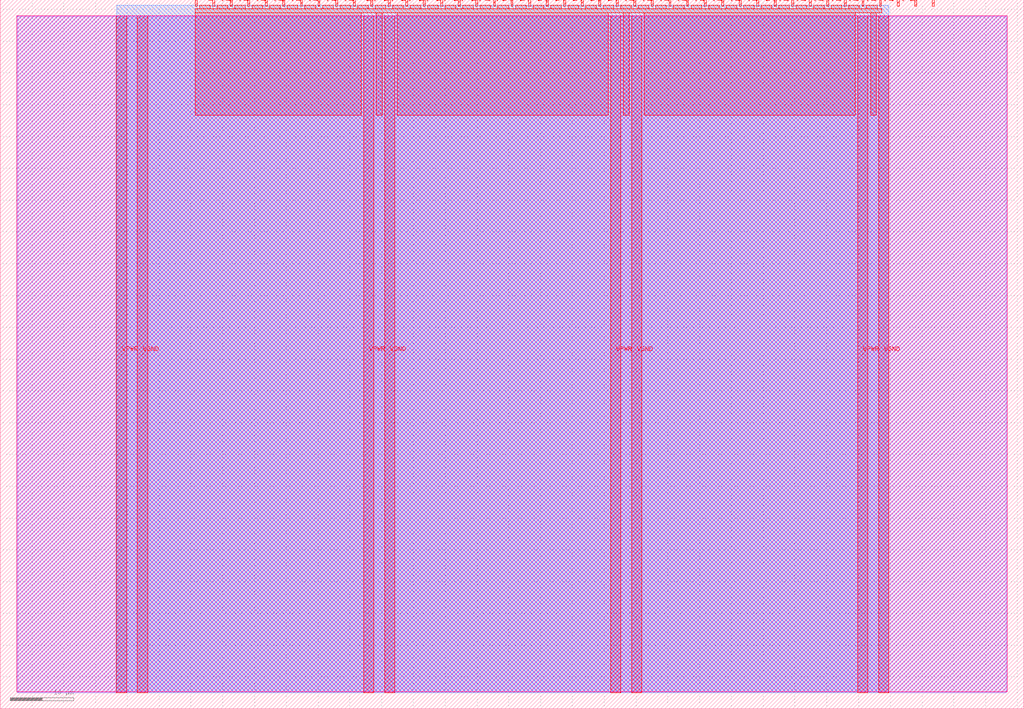
<source format=lef>
VERSION 5.7 ;
  NOWIREEXTENSIONATPIN ON ;
  DIVIDERCHAR "/" ;
  BUSBITCHARS "[]" ;
MACRO tt_um_wokwi_414124428088683521
  CLASS BLOCK ;
  FOREIGN tt_um_wokwi_414124428088683521 ;
  ORIGIN 0.000 0.000 ;
  SIZE 161.000 BY 111.520 ;
  PIN VGND
    DIRECTION INOUT ;
    USE GROUND ;
    PORT
      LAYER met4 ;
        RECT 21.580 2.480 23.180 109.040 ;
    END
    PORT
      LAYER met4 ;
        RECT 60.450 2.480 62.050 109.040 ;
    END
    PORT
      LAYER met4 ;
        RECT 99.320 2.480 100.920 109.040 ;
    END
    PORT
      LAYER met4 ;
        RECT 138.190 2.480 139.790 109.040 ;
    END
  END VGND
  PIN VPWR
    DIRECTION INOUT ;
    USE POWER ;
    PORT
      LAYER met4 ;
        RECT 18.280 2.480 19.880 109.040 ;
    END
    PORT
      LAYER met4 ;
        RECT 57.150 2.480 58.750 109.040 ;
    END
    PORT
      LAYER met4 ;
        RECT 96.020 2.480 97.620 109.040 ;
    END
    PORT
      LAYER met4 ;
        RECT 134.890 2.480 136.490 109.040 ;
    END
  END VPWR
  PIN clk
    DIRECTION INPUT ;
    USE SIGNAL ;
    PORT
      LAYER met4 ;
        RECT 143.830 110.520 144.130 111.520 ;
    END
  END clk
  PIN ena
    DIRECTION INPUT ;
    USE SIGNAL ;
    PORT
      LAYER met4 ;
        RECT 146.590 110.520 146.890 111.520 ;
    END
  END ena
  PIN rst_n
    DIRECTION INPUT ;
    USE SIGNAL ;
    PORT
      LAYER met4 ;
        RECT 141.070 110.520 141.370 111.520 ;
    END
  END rst_n
  PIN ui_in[0]
    DIRECTION INPUT ;
    USE SIGNAL ;
    ANTENNAGATEAREA 0.196500 ;
    PORT
      LAYER met4 ;
        RECT 138.310 110.520 138.610 111.520 ;
    END
  END ui_in[0]
  PIN ui_in[1]
    DIRECTION INPUT ;
    USE SIGNAL ;
    ANTENNAGATEAREA 0.196500 ;
    PORT
      LAYER met4 ;
        RECT 135.550 110.520 135.850 111.520 ;
    END
  END ui_in[1]
  PIN ui_in[2]
    DIRECTION INPUT ;
    USE SIGNAL ;
    ANTENNAGATEAREA 0.196500 ;
    PORT
      LAYER met4 ;
        RECT 132.790 110.520 133.090 111.520 ;
    END
  END ui_in[2]
  PIN ui_in[3]
    DIRECTION INPUT ;
    USE SIGNAL ;
    ANTENNAGATEAREA 0.196500 ;
    PORT
      LAYER met4 ;
        RECT 130.030 110.520 130.330 111.520 ;
    END
  END ui_in[3]
  PIN ui_in[4]
    DIRECTION INPUT ;
    USE SIGNAL ;
    ANTENNAGATEAREA 0.196500 ;
    PORT
      LAYER met4 ;
        RECT 127.270 110.520 127.570 111.520 ;
    END
  END ui_in[4]
  PIN ui_in[5]
    DIRECTION INPUT ;
    USE SIGNAL ;
    ANTENNAGATEAREA 0.196500 ;
    PORT
      LAYER met4 ;
        RECT 124.510 110.520 124.810 111.520 ;
    END
  END ui_in[5]
  PIN ui_in[6]
    DIRECTION INPUT ;
    USE SIGNAL ;
    PORT
      LAYER met4 ;
        RECT 121.750 110.520 122.050 111.520 ;
    END
  END ui_in[6]
  PIN ui_in[7]
    DIRECTION INPUT ;
    USE SIGNAL ;
    PORT
      LAYER met4 ;
        RECT 118.990 110.520 119.290 111.520 ;
    END
  END ui_in[7]
  PIN uio_in[0]
    DIRECTION INPUT ;
    USE SIGNAL ;
    PORT
      LAYER met4 ;
        RECT 116.230 110.520 116.530 111.520 ;
    END
  END uio_in[0]
  PIN uio_in[1]
    DIRECTION INPUT ;
    USE SIGNAL ;
    PORT
      LAYER met4 ;
        RECT 113.470 110.520 113.770 111.520 ;
    END
  END uio_in[1]
  PIN uio_in[2]
    DIRECTION INPUT ;
    USE SIGNAL ;
    PORT
      LAYER met4 ;
        RECT 110.710 110.520 111.010 111.520 ;
    END
  END uio_in[2]
  PIN uio_in[3]
    DIRECTION INPUT ;
    USE SIGNAL ;
    PORT
      LAYER met4 ;
        RECT 107.950 110.520 108.250 111.520 ;
    END
  END uio_in[3]
  PIN uio_in[4]
    DIRECTION INPUT ;
    USE SIGNAL ;
    PORT
      LAYER met4 ;
        RECT 105.190 110.520 105.490 111.520 ;
    END
  END uio_in[4]
  PIN uio_in[5]
    DIRECTION INPUT ;
    USE SIGNAL ;
    PORT
      LAYER met4 ;
        RECT 102.430 110.520 102.730 111.520 ;
    END
  END uio_in[5]
  PIN uio_in[6]
    DIRECTION INPUT ;
    USE SIGNAL ;
    PORT
      LAYER met4 ;
        RECT 99.670 110.520 99.970 111.520 ;
    END
  END uio_in[6]
  PIN uio_in[7]
    DIRECTION INPUT ;
    USE SIGNAL ;
    PORT
      LAYER met4 ;
        RECT 96.910 110.520 97.210 111.520 ;
    END
  END uio_in[7]
  PIN uio_oe[0]
    DIRECTION OUTPUT ;
    USE SIGNAL ;
    PORT
      LAYER met4 ;
        RECT 49.990 110.520 50.290 111.520 ;
    END
  END uio_oe[0]
  PIN uio_oe[1]
    DIRECTION OUTPUT ;
    USE SIGNAL ;
    PORT
      LAYER met4 ;
        RECT 47.230 110.520 47.530 111.520 ;
    END
  END uio_oe[1]
  PIN uio_oe[2]
    DIRECTION OUTPUT ;
    USE SIGNAL ;
    PORT
      LAYER met4 ;
        RECT 44.470 110.520 44.770 111.520 ;
    END
  END uio_oe[2]
  PIN uio_oe[3]
    DIRECTION OUTPUT ;
    USE SIGNAL ;
    PORT
      LAYER met4 ;
        RECT 41.710 110.520 42.010 111.520 ;
    END
  END uio_oe[3]
  PIN uio_oe[4]
    DIRECTION OUTPUT ;
    USE SIGNAL ;
    PORT
      LAYER met4 ;
        RECT 38.950 110.520 39.250 111.520 ;
    END
  END uio_oe[4]
  PIN uio_oe[5]
    DIRECTION OUTPUT ;
    USE SIGNAL ;
    PORT
      LAYER met4 ;
        RECT 36.190 110.520 36.490 111.520 ;
    END
  END uio_oe[5]
  PIN uio_oe[6]
    DIRECTION OUTPUT ;
    USE SIGNAL ;
    PORT
      LAYER met4 ;
        RECT 33.430 110.520 33.730 111.520 ;
    END
  END uio_oe[6]
  PIN uio_oe[7]
    DIRECTION OUTPUT ;
    USE SIGNAL ;
    PORT
      LAYER met4 ;
        RECT 30.670 110.520 30.970 111.520 ;
    END
  END uio_oe[7]
  PIN uio_out[0]
    DIRECTION OUTPUT ;
    USE SIGNAL ;
    PORT
      LAYER met4 ;
        RECT 72.070 110.520 72.370 111.520 ;
    END
  END uio_out[0]
  PIN uio_out[1]
    DIRECTION OUTPUT ;
    USE SIGNAL ;
    PORT
      LAYER met4 ;
        RECT 69.310 110.520 69.610 111.520 ;
    END
  END uio_out[1]
  PIN uio_out[2]
    DIRECTION OUTPUT ;
    USE SIGNAL ;
    PORT
      LAYER met4 ;
        RECT 66.550 110.520 66.850 111.520 ;
    END
  END uio_out[2]
  PIN uio_out[3]
    DIRECTION OUTPUT ;
    USE SIGNAL ;
    PORT
      LAYER met4 ;
        RECT 63.790 110.520 64.090 111.520 ;
    END
  END uio_out[3]
  PIN uio_out[4]
    DIRECTION OUTPUT ;
    USE SIGNAL ;
    PORT
      LAYER met4 ;
        RECT 61.030 110.520 61.330 111.520 ;
    END
  END uio_out[4]
  PIN uio_out[5]
    DIRECTION OUTPUT ;
    USE SIGNAL ;
    PORT
      LAYER met4 ;
        RECT 58.270 110.520 58.570 111.520 ;
    END
  END uio_out[5]
  PIN uio_out[6]
    DIRECTION OUTPUT ;
    USE SIGNAL ;
    PORT
      LAYER met4 ;
        RECT 55.510 110.520 55.810 111.520 ;
    END
  END uio_out[6]
  PIN uio_out[7]
    DIRECTION OUTPUT ;
    USE SIGNAL ;
    PORT
      LAYER met4 ;
        RECT 52.750 110.520 53.050 111.520 ;
    END
  END uio_out[7]
  PIN uo_out[0]
    DIRECTION OUTPUT ;
    USE SIGNAL ;
    ANTENNADIFFAREA 0.795200 ;
    PORT
      LAYER met4 ;
        RECT 94.150 110.520 94.450 111.520 ;
    END
  END uo_out[0]
  PIN uo_out[1]
    DIRECTION OUTPUT ;
    USE SIGNAL ;
    ANTENNADIFFAREA 0.795200 ;
    PORT
      LAYER met4 ;
        RECT 91.390 110.520 91.690 111.520 ;
    END
  END uo_out[1]
  PIN uo_out[2]
    DIRECTION OUTPUT ;
    USE SIGNAL ;
    ANTENNADIFFAREA 0.795200 ;
    PORT
      LAYER met4 ;
        RECT 88.630 110.520 88.930 111.520 ;
    END
  END uo_out[2]
  PIN uo_out[3]
    DIRECTION OUTPUT ;
    USE SIGNAL ;
    PORT
      LAYER met4 ;
        RECT 85.870 110.520 86.170 111.520 ;
    END
  END uo_out[3]
  PIN uo_out[4]
    DIRECTION OUTPUT ;
    USE SIGNAL ;
    PORT
      LAYER met4 ;
        RECT 83.110 110.520 83.410 111.520 ;
    END
  END uo_out[4]
  PIN uo_out[5]
    DIRECTION OUTPUT ;
    USE SIGNAL ;
    PORT
      LAYER met4 ;
        RECT 80.350 110.520 80.650 111.520 ;
    END
  END uo_out[5]
  PIN uo_out[6]
    DIRECTION OUTPUT ;
    USE SIGNAL ;
    PORT
      LAYER met4 ;
        RECT 77.590 110.520 77.890 111.520 ;
    END
  END uo_out[6]
  PIN uo_out[7]
    DIRECTION OUTPUT ;
    USE SIGNAL ;
    PORT
      LAYER met4 ;
        RECT 74.830 110.520 75.130 111.520 ;
    END
  END uo_out[7]
  OBS
      LAYER nwell ;
        RECT 2.570 2.635 158.430 108.990 ;
      LAYER li1 ;
        RECT 2.760 2.635 158.240 108.885 ;
      LAYER met1 ;
        RECT 2.760 2.480 158.240 109.040 ;
      LAYER met2 ;
        RECT 18.310 2.535 139.760 110.685 ;
      LAYER met3 ;
        RECT 18.290 2.555 139.780 110.665 ;
      LAYER met4 ;
        RECT 31.370 110.120 33.030 110.665 ;
        RECT 34.130 110.120 35.790 110.665 ;
        RECT 36.890 110.120 38.550 110.665 ;
        RECT 39.650 110.120 41.310 110.665 ;
        RECT 42.410 110.120 44.070 110.665 ;
        RECT 45.170 110.120 46.830 110.665 ;
        RECT 47.930 110.120 49.590 110.665 ;
        RECT 50.690 110.120 52.350 110.665 ;
        RECT 53.450 110.120 55.110 110.665 ;
        RECT 56.210 110.120 57.870 110.665 ;
        RECT 58.970 110.120 60.630 110.665 ;
        RECT 61.730 110.120 63.390 110.665 ;
        RECT 64.490 110.120 66.150 110.665 ;
        RECT 67.250 110.120 68.910 110.665 ;
        RECT 70.010 110.120 71.670 110.665 ;
        RECT 72.770 110.120 74.430 110.665 ;
        RECT 75.530 110.120 77.190 110.665 ;
        RECT 78.290 110.120 79.950 110.665 ;
        RECT 81.050 110.120 82.710 110.665 ;
        RECT 83.810 110.120 85.470 110.665 ;
        RECT 86.570 110.120 88.230 110.665 ;
        RECT 89.330 110.120 90.990 110.665 ;
        RECT 92.090 110.120 93.750 110.665 ;
        RECT 94.850 110.120 96.510 110.665 ;
        RECT 97.610 110.120 99.270 110.665 ;
        RECT 100.370 110.120 102.030 110.665 ;
        RECT 103.130 110.120 104.790 110.665 ;
        RECT 105.890 110.120 107.550 110.665 ;
        RECT 108.650 110.120 110.310 110.665 ;
        RECT 111.410 110.120 113.070 110.665 ;
        RECT 114.170 110.120 115.830 110.665 ;
        RECT 116.930 110.120 118.590 110.665 ;
        RECT 119.690 110.120 121.350 110.665 ;
        RECT 122.450 110.120 124.110 110.665 ;
        RECT 125.210 110.120 126.870 110.665 ;
        RECT 127.970 110.120 129.630 110.665 ;
        RECT 130.730 110.120 132.390 110.665 ;
        RECT 133.490 110.120 135.150 110.665 ;
        RECT 136.250 110.120 137.910 110.665 ;
        RECT 30.655 109.440 138.625 110.120 ;
        RECT 30.655 93.335 56.750 109.440 ;
        RECT 59.150 93.335 60.050 109.440 ;
        RECT 62.450 93.335 95.620 109.440 ;
        RECT 98.020 93.335 98.920 109.440 ;
        RECT 101.320 93.335 134.490 109.440 ;
        RECT 136.890 93.335 137.790 109.440 ;
  END
END tt_um_wokwi_414124428088683521
END LIBRARY


</source>
